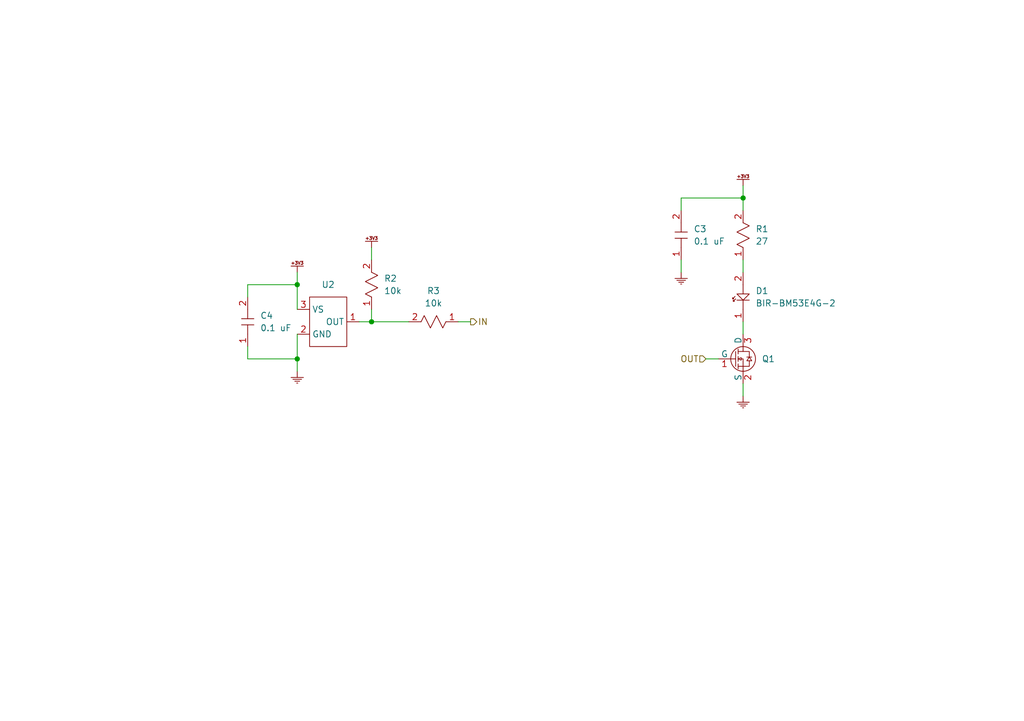
<source format=kicad_sch>
(kicad_sch (version 20230121) (generator eeschema)
  (paper "A5")
  (lib_symbols
    (symbol "zandmd:+3V3" (power) (pin_names (offset 0))
      (symbol "+3V3_0_1"
        (polyline (pts (xy -1.27 1.27) (xy 1.27 1.27)))
        (polyline (pts (xy 0 0) (xy 0 1.27)))
      )
      (symbol "+3V3_1_1"
        (text "+3V3" (at 0 1.905 0) (effects (font (size 0.635 0.635))))
        (pin power_in line (at 0 0 90) (length 0) hide (name "+3V3") (number "1"))
      )
    )
    (symbol "zandmd:BSS816NWH6327XTSA1" (pin_names (offset 0))
      (property "Reference" "Q" (at 0 0 0))
      (symbol "BSS816NWH6327XTSA1_0_1"
        (polyline (pts (xy 2.54 5.08) (xy 3.556 5.08)))
        (polyline (pts (xy 3.556 6.604) (xy 3.556 3.556)))
        (polyline (pts (xy 4.064 3.048) (xy 4.064 4.064)))
        (polyline (pts (xy 4.064 3.556) (xy 5.08 3.556)))
        (polyline (pts (xy 4.064 5.588) (xy 4.064 4.572)))
        (polyline (pts (xy 4.064 7.112) (xy 4.064 6.096)))
        (polyline (pts (xy 5.842 5.461) (xy 6.858 5.461)))
        (polyline (pts (xy 4.064 6.604) (xy 5.08 6.604) (xy 5.08 7.62)))
        (polyline (pts (xy 4.699 5.08) (xy 5.08 5.08) (xy 5.08 2.54)))
        (polyline (pts (xy 5.08 3.556) (xy 6.35 3.556) (xy 6.35 4.699)))
        (polyline (pts (xy 6.35 5.461) (xy 6.35 6.604) (xy 5.08 6.604)))
        (polyline (pts (xy 4.064 5.08) (xy 4.699 4.826) (xy 4.699 5.334) (xy 4.064 5.08)))
        (polyline (pts (xy 6.35 5.461) (xy 5.842 4.699) (xy 6.858 4.699) (xy 6.35 5.461)))
        (circle (center 5.08 5.08) (radius 2.54))
      )
      (symbol "BSS816NWH6327XTSA1_1_1"
        (pin passive line (at 0 5.08 0) (length 2.54) (name "G") (number "1"))
        (pin open_emitter line (at 5.08 0 90) (length 2.54) (name "S") (number "2"))
        (pin open_collector line (at 5.08 10.16 270) (length 2.54) (name "D") (number "3"))
      )
    )
    (symbol "zandmd:CAPACITOR" (pin_names (offset 0))
      (property "Reference" "C" (at 0 0 0))
      (property "Value" "C" (at 0 0 0))
      (symbol "CAPACITOR_0_1"
        (polyline (pts (xy 2.54 0) (xy 4.445 0)))
        (polyline (pts (xy 4.445 1.27) (xy 4.445 -1.27)))
        (polyline (pts (xy 5.715 1.27) (xy 5.715 -1.27)))
        (polyline (pts (xy 7.62 0) (xy 5.715 0)))
      )
      (symbol "CAPACITOR_1_1"
        (pin passive line (at 0 0 0) (length 2.54) (name "") (number "1"))
        (pin passive line (at 10.16 0 180) (length 2.54) (name "") (number "2"))
      )
    )
    (symbol "zandmd:GND" (power) (pin_names (offset 0))
      (symbol "GND_0_1"
        (polyline (pts (xy -1.27 -1.27) (xy 1.27 -1.27)))
        (polyline (pts (xy -0.889 -1.651) (xy 0.889 -1.651)))
        (polyline (pts (xy -0.508 -2.032) (xy 0.508 -2.032)))
        (polyline (pts (xy -0.127 -2.413) (xy 0.127 -2.413)))
        (polyline (pts (xy 0 0) (xy 0 -1.27)))
      )
      (symbol "GND_1_1"
        (pin power_in line (at 0 0 270) (length 0) hide (name "GND") (number "1"))
      )
    )
    (symbol "zandmd:LED" (pin_names (offset 0) hide)
      (property "Reference" "D" (at 0 0 0))
      (property "Value" "LED" (at 0 0 0))
      (symbol "LED_0_1"
        (polyline (pts (xy 4.445 0) (xy 2.54 0)))
        (polyline (pts (xy 4.445 1.27) (xy 4.445 -1.27)))
        (polyline (pts (xy 7.62 0) (xy 5.715 0)))
        (polyline (pts (xy 4.445 0) (xy 5.715 -1.27) (xy 5.715 1.27) (xy 4.445 0)))
        (polyline (pts (xy 4.699 1.524) (xy 4.191 2.032) (xy 4.191 1.778) (xy 4.445 2.032) (xy 4.191 2.032)))
        (polyline (pts (xy 5.207 1.651) (xy 4.699 2.159) (xy 4.699 1.905) (xy 4.953 2.159) (xy 4.699 2.159)))
      )
      (symbol "LED_1_1"
        (pin passive line (at 0 0 0) (length 2.54) (name "K") (number "1"))
        (pin passive line (at 10.16 0 180) (length 2.54) (name "A") (number "2"))
      )
    )
    (symbol "zandmd:RESISTOR" (pin_names (offset 0))
      (property "Reference" "R" (at 0 0 0))
      (property "Value" "R" (at 0 0 0))
      (symbol "RESISTOR_0_1"
        (polyline (pts (xy 2.54 0) (xy 3.175 1.27) (xy 4.445 -1.27) (xy 5.715 1.27) (xy 6.985 -1.27) (xy 7.62 0)))
      )
      (symbol "RESISTOR_1_1"
        (pin passive line (at 0 0 0) (length 2.54) (name "") (number "1"))
        (pin passive line (at 10.16 0 180) (length 2.54) (name "") (number "2"))
      )
    )
    (symbol "zandmd:TSOP38238"
      (property "Reference" "U" (at 0 0 0))
      (symbol "TSOP38238_0_1"
        (rectangle (start 2.54 10.16) (end 10.16 0))
      )
      (symbol "TSOP38238_1_1"
        (pin output line (at 12.7 5.08 180) (length 2.54) (name "OUT") (number "1"))
        (pin passive line (at 0 2.54 0) (length 2.54) (name "GND") (number "2"))
        (pin power_in line (at 0 7.62 0) (length 2.54) (name "VS") (number "3"))
      )
    )
  )
  (junction (at 152.4 40.64))
  (junction (at 60.96 73.66))
  (junction (at 60.96 58.42))
  (junction (at 76.2 66.04))
  (wire (pts (xy 144.78 73.66) (xy 147.32 73.66)))
  (wire (pts (xy 50.8 60.96) (xy 50.8 58.42)))
  (wire (pts (xy 139.7 43.18) (xy 139.7 40.64)))
  (wire (pts (xy 50.8 58.42) (xy 60.96 58.42)))
  (wire (pts (xy 152.4 66.04) (xy 152.4 68.58)))
  (wire (pts (xy 152.4 53.34) (xy 152.4 55.88)))
  (wire (pts (xy 76.2 66.04) (xy 83.82 66.04)))
  (wire (pts (xy 152.4 38.1) (xy 152.4 40.64)))
  (wire (pts (xy 60.96 68.58) (xy 60.96 73.66)))
  (wire (pts (xy 60.96 73.66) (xy 60.96 76.2)))
  (wire (pts (xy 152.4 78.74) (xy 152.4 81.28)))
  (wire (pts (xy 60.96 58.42) (xy 60.96 63.5)))
  (wire (pts (xy 50.8 71.12) (xy 50.8 73.66)))
  (wire (pts (xy 93.98 66.04) (xy 96.52 66.04)))
  (wire (pts (xy 139.7 40.64) (xy 152.4 40.64)))
  (wire (pts (xy 60.96 55.88) (xy 60.96 58.42)))
  (wire (pts (xy 152.4 40.64) (xy 152.4 43.18)))
  (wire (pts (xy 139.7 53.34) (xy 139.7 55.88)))
  (wire (pts (xy 76.2 63.5) (xy 76.2 66.04)))
  (wire (pts (xy 76.2 50.8) (xy 76.2 53.34)))
  (wire (pts (xy 50.8 73.66) (xy 60.96 73.66)))
  (wire (pts (xy 73.66 66.04) (xy 76.2 66.04)))
  (hierarchical_label "IN" (shape output) (at 96.52 66.04 0))
  (hierarchical_label "OUT" (shape input) (at 144.78 73.66 180))
  (symbol (lib_id "zandmd:GND") (at 152.4 81.28 0) (unit 1)
    (property "Reference" "#PWR060" (effects hide))
    (property "Value" "GND" (effects hide))
  )
  (symbol (lib_id "zandmd:CAPACITOR") (at 50.8 71.12 90) (unit 1)
    (property "Reference" "C4" (at 53.34 64.77 90) (effects (justify right)))
    (property "Value" "0.1 uF" (at 53.34 67.31 90) (effects (justify right)))
    (property "Footprint" "zandmd:PASSIVE-NPOL-0805" (effects hide))
    (property "Sim.Device" "C" (effects hide))
    (property "Sim.Pins" "1=+ 2=-" (effects hide))
  )
  (symbol (lib_id "zandmd:RESISTOR") (at 152.4 53.34 90) (unit 1)
    (property "Reference" "R1" (at 154.94 46.99 90) (effects (justify right)))
    (property "Value" "27" (at 154.94 49.53 90) (effects (justify right)))
    (property "Footprint" "zandmd:PASSIVE-NPOL-0805" (effects hide))
    (property "Sim.Device" "R" (effects hide))
    (property "Sim.Pins" "1=+ 2=-" (effects hide))
  )
  (symbol (lib_id "zandmd:+3V3") (at 76.2 50.8 0) (unit 1)
    (property "Reference" "#PWR059" (effects hide))
    (property "Value" "+3V3" (effects hide))
  )
  (symbol (lib_id "zandmd:TSOP38238") (at 60.96 71.12 0) (unit 1)
    (property "Reference" "U2" (at 67.31 58.42 0))
    (property "Value" "TSOP38238" (effects hide))
    (property "Footprint" "zandmd:TSOP38238" (effects hide))
    (property "Datasheet" "https://www.vishay.com/docs/82491/tsop382.pdf" (effects hide))
    (property "Sim.Enable" "0" (effects hide))
  )
  (symbol (lib_id "zandmd:BSS816NWH6327XTSA1") (at 147.32 78.74 0) (unit 1)
    (property "Reference" "Q1" (at 156.21 73.66 0) (effects (justify left)))
    (property "Value" "BSS816NWH6327XTSA1" (effects hide))
    (property "Footprint" "zandmd:BSS816NWH6327XTSA1" (effects hide))
    (property "Datasheet" "https://www.infineon.com/dgdl/Infineon-BSS816NW-DS-v02_03-en.pdf?fileId=db3a304335113a6301351e704a2e1332" (effects hide))
    (property "Sim.Device" "SUBCKT" (effects hide))
    (property "Sim.Pins" "1=gate 2=source 3=drain" (effects hide))
    (property "Sim.Library" "..\\sim\\BSS816NWH6327XTSA1.lib" (effects hide))
    (property "Sim.Name" "BSS816NW_L0" (effects hide))
  )
  (symbol (lib_id "zandmd:CAPACITOR") (at 139.7 53.34 90) (unit 1)
    (property "Reference" "C3" (at 142.24 46.99 90) (effects (justify right)))
    (property "Value" "0.1 uF" (at 142.24 49.53 90) (effects (justify right)))
    (property "Footprint" "zandmd:PASSIVE-NPOL-0805" (effects hide))
    (property "Sim.Device" "C" (effects hide))
    (property "Sim.Pins" "1=+ 2=-" (effects hide))
  )
  (symbol (lib_id "zandmd:GND") (at 60.96 76.2 0) (unit 1)
    (property "Reference" "#PWR058" (effects hide))
    (property "Value" "GND" (effects hide))
  )
  (symbol (lib_id "zandmd:RESISTOR") (at 93.98 66.04 180) (unit 1)
    (property "Reference" "R3" (at 88.9 59.69 0))
    (property "Value" "10k" (at 88.9 62.23 0))
    (property "Footprint" "zandmd:PASSIVE-NPOL-0805" (effects hide))
    (property "Sim.Device" "R" (effects hide))
    (property "Sim.Pins" "1=+ 2=-" (effects hide))
  )
  (symbol (lib_id "zandmd:+3V3") (at 152.4 38.1 0) (unit 1)
    (property "Reference" "#PWR061" (effects hide))
    (property "Value" "+3V3" (effects hide))
  )
  (symbol (lib_id "zandmd:GND") (at 139.7 55.88 0) (unit 1)
    (property "Reference" "#PWR062" (effects hide))
    (property "Value" "GND" (effects hide))
  )
  (symbol (lib_id "zandmd:LED") (at 152.4 66.04 90) (unit 1)
    (property "Reference" "D1" (at 154.94 59.69 90) (effects (justify right)))
    (property "Value" "BIR-BM53E4G-2" (at 154.94 62.23 90) (effects (justify right)))
    (property "Footprint" "zandmd:PASSIVE-POL-LED-5.7MM" (effects hide))
    (property "Sim.Enable" "0" (effects hide))
  )
  (symbol (lib_id "zandmd:+3V3") (at 60.96 55.88 0) (unit 1)
    (property "Reference" "#PWR057" (effects hide))
    (property "Value" "+3V3" (effects hide))
  )
  (symbol (lib_id "zandmd:RESISTOR") (at 76.2 63.5 90) (unit 1)
    (property "Reference" "R2" (at 78.74 57.15 90) (effects (justify right)))
    (property "Value" "10k" (at 78.74 59.69 90) (effects (justify right)))
    (property "Footprint" "zandmd:PASSIVE-NPOL-0805" (effects hide))
    (property "Sim.Device" "R" (effects hide))
    (property "Sim.Pins" "1=+ 2=-" (effects hide))
  )
)
</source>
